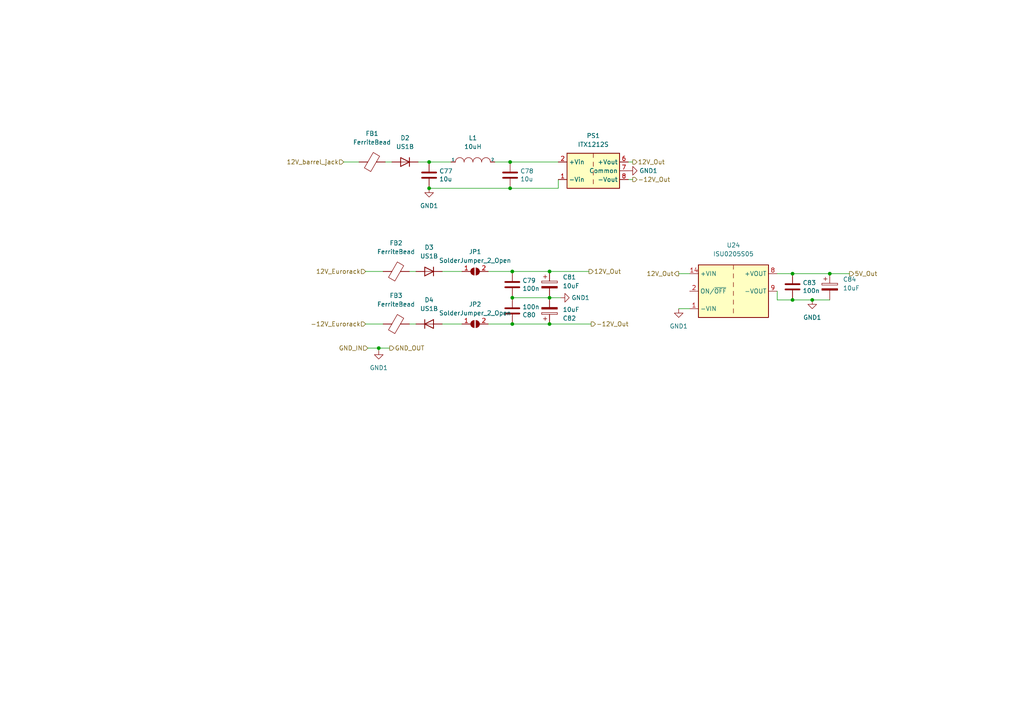
<source format=kicad_sch>
(kicad_sch (version 20211123) (generator eeschema)
  (paper "A4")
  (lib_symbols
    (symbol "Converter_DCDC:ISU0205S05"
      (property "Reference" "U" (at 0 11.43 0))
      (property "Value" "ISU0205S05" (at 0 8.89 0))
      (symbol "ISU0205S05_0_1"
        (rectangle (start -10.16 7.62) (end 10.16 -7.62) (stroke (width 0.254)) (fill (type background)))
        (polyline (pts (xy 0 -5.08) (xy 0 -6.35)))
        (polyline (pts (xy 0 -2.54) (xy 0 -3.81)))
        (polyline (pts (xy 0 0) (xy 0 -1.27)))
        (polyline (pts (xy 0 2.54) (xy 0 1.27)))
        (polyline (pts (xy 0 5.08) (xy 0 3.81)))
        (polyline (pts (xy 0 7.62) (xy 0 6.35)))
      )
      (symbol "ISU0205S05_1_1"
        (pin power_in line (at -12.7 -5.08 0) (length 2.54) (name "-VIN") (number "1"))
        (pin power_in line (at -12.7 5.08 0) (length 2.54) (name "+VIN") (number "14"))
        (pin input line (at -12.7 0 0) (length 2.54) (name "ON/~{OFF}") (number "2"))
        (pin no_connect line (at 10.16 -2.54 180) (length 2.54) hide (name "NC") (number "6"))
        (pin no_connect line (at 10.16 -5.08 180) (length 2.54) hide (name "NC") (number "7"))
        (pin power_out line (at 12.7 5.08 180) (length 2.54) (name "+VOUT") (number "8"))
        (pin power_out line (at 12.7 0 180) (length 2.54) (name "-VOUT") (number "9"))
      )
    )
    (symbol "Converter_DCDC:ITX1212S"
      (property "Reference" "PS" (at -7.62 6.35 0))
      (property "Value" "ITX1212S" (at 1.27 6.35 0))
      (symbol "ITX1212S_0_0"
        (pin power_in line (at -10.16 -2.54 0) (length 2.54) (name "-Vin") (number "1"))
        (pin power_in line (at -10.16 2.54 0) (length 2.54) (name "+Vin") (number "2"))
        (pin no_connect line (at 0 -5.08 90) (length 2.54) hide (name "NC") (number "3"))
        (pin no_connect line (at 0 5.08 270) (length 2.54) hide (name "NC") (number "5"))
        (pin power_out line (at 10.16 2.54 180) (length 2.54) (name "+Vout") (number "6"))
        (pin power_out line (at 10.16 0 180) (length 2.54) (name "Common") (number "7"))
        (pin power_out line (at 10.16 -2.54 180) (length 2.54) (name "-Vout") (number "8"))
      )
      (symbol "ITX1212S_0_1"
        (rectangle (start -7.62 5.08) (end 7.62 -5.08) (stroke (width 0.254)) (fill (type background)))
        (polyline (pts (xy 0 -2.54) (xy 0 -3.81)))
        (polyline (pts (xy 0 0) (xy 0 -1.27)))
        (polyline (pts (xy 0 2.54) (xy 0 1.27)))
        (polyline (pts (xy 0 5.08) (xy 0 3.81)))
      )
    )
    (symbol "Device:C" (pin_numbers hide) (pin_names (offset 0.254))
      (property "Reference" "C" (at 0.635 2.54 0))
      (property "Value" "C" (at 0.635 -2.54 0))
      (symbol "C_0_1"
        (polyline (pts (xy -2.032 -0.762) (xy 2.032 -0.762)) (stroke (width 0.508)))
        (polyline (pts (xy -2.032 0.762) (xy 2.032 0.762)) (stroke (width 0.508)))
      )
      (symbol "C_1_1"
        (pin passive line (at 0 3.81 270) (length 2.794) (name "~") (number "1"))
        (pin passive line (at 0 -3.81 90) (length 2.794) (name "~") (number "2"))
      )
    )
    (symbol "Device:C_Polarized" (pin_numbers hide) (pin_names (offset 0.254))
      (property "Reference" "C" (at 0.635 2.54 0))
      (property "Value" "C_Polarized" (at 0.635 -2.54 0))
      (symbol "C_Polarized_0_1"
        (rectangle (start -2.286 0.508) (end 2.286 1.016))
        (polyline (pts (xy -1.778 2.286) (xy -0.762 2.286)))
        (polyline (pts (xy -1.27 2.794) (xy -1.27 1.778)))
        (rectangle (start 2.286 -0.508) (end -2.286 -1.016) (fill (type outline)))
      )
      (symbol "C_Polarized_1_1"
        (pin passive line (at 0 3.81 270) (length 2.794) (name "~") (number "1"))
        (pin passive line (at 0 -3.81 90) (length 2.794) (name "~") (number "2"))
      )
    )
    (symbol "Device:FerriteBead" (pin_numbers hide) (pin_names (offset 0))
      (property "Reference" "FB" (at -3.81 0.635 90))
      (property "Value" "FerriteBead" (at 3.81 0 90))
      (symbol "FerriteBead_0_1"
        (polyline (pts (xy 0 -1.27) (xy 0 -1.2192)))
        (polyline (pts (xy 0 1.27) (xy 0 1.2954)))
        (polyline (pts (xy -2.7686 0.4064) (xy -1.7018 2.2606) (xy 2.7686 -0.3048) (xy 1.6764 -2.159) (xy -2.7686 0.4064)))
      )
      (symbol "FerriteBead_1_1"
        (pin passive line (at 0 3.81 270) (length 2.54) (name "~") (number "1"))
        (pin passive line (at 0 -3.81 90) (length 2.54) (name "~") (number "2"))
      )
    )
    (symbol "Diode:US1B" (pin_numbers hide) (pin_names (offset 1.016) hide)
      (property "Reference" "D" (at 0 2.54 0))
      (property "Value" "US1B" (at 0 -2.54 0))
      (symbol "US1B_0_1"
        (polyline (pts (xy -1.27 1.27) (xy -1.27 -1.27)) (stroke (width 0.254)))
        (polyline (pts (xy 1.27 0) (xy -1.27 0)))
        (polyline (pts (xy 1.27 1.27) (xy 1.27 -1.27) (xy -1.27 0) (xy 1.27 1.27)) (stroke (width 0.254)))
      )
      (symbol "US1B_1_1"
        (pin passive line (at -3.81 0 0) (length 2.54) (name "K") (number "1"))
        (pin passive line (at 3.81 0 180) (length 2.54) (name "A") (number "2"))
      )
    )
    (symbol "Jumper:SolderJumper_2_Open" (pin_names (offset 0) hide)
      (property "Reference" "JP" (at 0 2.032 0))
      (property "Value" "SolderJumper_2_Open" (at 0 -2.54 0))
      (symbol "SolderJumper_2_Open_0_1"
        (arc (start -0.254 1.016) (mid -1.27 0) (end -0.254 -1.016))
        (arc (start -0.254 1.016) (mid -1.27 0) (end -0.254 -1.016) (fill (type outline)))
        (polyline (pts (xy -0.254 1.016) (xy -0.254 -1.016)))
        (polyline (pts (xy 0.254 1.016) (xy 0.254 -1.016)))
        (arc (start 0.254 -1.016) (mid 1.27 0) (end 0.254 1.016))
        (arc (start 0.254 -1.016) (mid 1.27 0) (end 0.254 1.016) (fill (type outline)))
      )
      (symbol "SolderJumper_2_Open_1_1"
        (pin passive line (at -3.81 0 0) (length 2.54) (name "A") (number "1"))
        (pin passive line (at 3.81 0 180) (length 2.54) (name "B") (number "2"))
      )
    )
    (symbol "power:GND1" (power) (pin_names (offset 0))
      (property "Value" "GND1" (at 0 -3.81 0))
      (symbol "GND1_0_1"
        (polyline (pts (xy 0 0) (xy 0 -1.27) (xy 1.27 -1.27) (xy 0 -2.54) (xy -1.27 -1.27) (xy 0 -1.27)))
      )
      (symbol "GND1_1_1"
        (pin power_in line (at 0 0 270) (length 0) hide (name "GND1") (number "1"))
      )
    )
    (symbol "pspice:INDUCTOR" (pin_numbers hide) (pin_names (offset 0))
      (property "Reference" "L" (at 0 2.54 0))
      (property "Value" "INDUCTOR" (at 0 -1.27 0))
      (symbol "INDUCTOR_0_1"
        (arc (start -2.54 0) (mid -3.81 1.27) (end -5.08 0))
        (arc (start 0 0) (mid -1.27 1.27) (end -2.54 0))
        (arc (start 2.54 0) (mid 1.27 1.27) (end 0 0))
        (arc (start 5.08 0) (mid 3.81 1.27) (end 2.54 0))
      )
      (symbol "INDUCTOR_1_1"
        (pin input line (at -6.35 0 0) (length 1.27) (name "1") (number "1"))
        (pin input line (at 6.35 0 180) (length 1.27) (name "2") (number "2"))
      )
    )
  )
  (junction (at 147.955 46.99))
  (junction (at 148.59 93.98))
  (junction (at 235.585 86.995))
  (junction (at 159.385 93.98))
  (junction (at 229.87 79.375))
  (junction (at 147.955 54.61))
  (junction (at 229.87 86.995))
  (junction (at 124.46 46.99))
  (junction (at 124.46 54.61))
  (junction (at 109.855 100.965))
  (junction (at 240.665 79.375))
  (junction (at 159.385 78.74))
  (junction (at 159.385 86.36))
  (junction (at 148.59 86.36))
  (junction (at 148.59 78.74))
  (wire (pts (xy 240.665 79.375) (xy 246.38 79.375)))
  (wire (pts (xy 225.425 79.375) (xy 229.87 79.375)))
  (wire (pts (xy 118.745 78.74) (xy 120.65 78.74)))
  (wire (pts (xy 159.385 86.36) (xy 162.56 86.36)))
  (wire (pts (xy 229.87 79.375) (xy 240.665 79.375)))
  (wire (pts (xy 128.27 93.98) (xy 133.985 93.98)))
  (wire (pts (xy 159.385 93.98) (xy 171.45 93.98)))
  (wire (pts (xy 147.955 54.61) (xy 161.925 54.61)))
  (wire (pts (xy 196.85 89.535) (xy 200.025 89.535)))
  (wire (pts (xy 106.045 78.74) (xy 111.125 78.74)))
  (wire (pts (xy 111.76 46.99) (xy 113.665 46.99)))
  (wire (pts (xy 124.46 46.99) (xy 130.81 46.99)))
  (wire (pts (xy 106.045 93.98) (xy 111.125 93.98)))
  (wire (pts (xy 141.605 93.98) (xy 148.59 93.98)))
  (wire (pts (xy 109.855 100.965) (xy 113.03 100.965)))
  (wire (pts (xy 182.245 52.07) (xy 183.515 52.07)))
  (wire (pts (xy 161.925 46.99) (xy 147.955 46.99)))
  (wire (pts (xy 225.425 84.455) (xy 225.425 86.995)))
  (wire (pts (xy 161.925 54.61) (xy 161.925 52.07)))
  (wire (pts (xy 121.285 46.99) (xy 124.46 46.99)))
  (wire (pts (xy 148.59 93.98) (xy 159.385 93.98)))
  (wire (pts (xy 141.605 78.74) (xy 148.59 78.74)))
  (wire (pts (xy 106.68 100.965) (xy 109.855 100.965)))
  (wire (pts (xy 124.46 54.61) (xy 147.955 54.61)))
  (wire (pts (xy 196.85 79.375) (xy 200.025 79.375)))
  (wire (pts (xy 225.425 86.995) (xy 229.87 86.995)))
  (wire (pts (xy 159.385 78.74) (xy 170.815 78.74)))
  (wire (pts (xy 143.51 46.99) (xy 147.955 46.99)))
  (wire (pts (xy 229.87 86.995) (xy 235.585 86.995)))
  (wire (pts (xy 183.515 46.99) (xy 182.245 46.99)))
  (wire (pts (xy 128.27 78.74) (xy 133.985 78.74)))
  (wire (pts (xy 148.59 78.74) (xy 159.385 78.74)))
  (wire (pts (xy 109.855 100.965) (xy 109.855 101.6)))
  (wire (pts (xy 99.695 46.99) (xy 104.14 46.99)))
  (wire (pts (xy 118.745 93.98) (xy 120.65 93.98)))
  (wire (pts (xy 148.59 86.36) (xy 159.385 86.36)))
  (wire (pts (xy 235.585 86.995) (xy 240.665 86.995)))
  (hierarchical_label "5V_Out" (shape output) (at 246.38 79.375 0))
  (hierarchical_label "12V_Out" (shape output) (at 183.515 46.99 0))
  (hierarchical_label "12V_Out" (shape output) (at 170.815 78.74 0))
  (hierarchical_label "-12V_Out" (shape output) (at 183.515 52.07 0))
  (hierarchical_label "-12V_Out" (shape output) (at 171.45 93.98 0))
  (hierarchical_label "12V_Eurorack" (shape input) (at 106.045 78.74 180))
  (hierarchical_label "12V_barrel_jack" (shape input) (at 99.695 46.99 180))
  (hierarchical_label "GND_OUT" (shape output) (at 113.03 100.965 0))
  (hierarchical_label "GND_IN" (shape input) (at 106.68 100.965 180))
  (hierarchical_label "-12V_Eurorack" (shape input) (at 106.045 93.98 180))
  (hierarchical_label "12V_Out" (shape output) (at 196.85 79.375 180))
  (symbol (lib_id "Device:C_Polarized") (at 159.385 90.17 0) (mirror x) (unit 1)
    (property "Reference" "C82" (at 163.195 92.3291 0) (effects (justify left)))
    (property "Value" "10uF" (at 163.195 89.7891 0) (effects (justify left)))
    (property "Footprint" "Capacitor_SMD:CP_Elec_6.3x5.9" (effects hide))
  )
  (symbol (lib_id "Device:C") (at 148.59 82.55 0) (unit 1)
    (property "Reference" "C79" (at 151.511 81.3816 0) (effects (justify left)))
    (property "Value" "100n" (at 151.511 83.693 0) (effects (justify left)))
    (property "Footprint" "Capacitor_SMD:C_0603_1608Metric" (effects hide))
    (property "LCSC" "C14663" (effects hide))
  )
  (symbol (lib_id "Diode:US1B") (at 117.475 46.99 180) (unit 1)
    (property "Reference" "D2" (at 117.475 40.005 0))
    (property "Value" "US1B" (at 117.475 42.545 0))
    (property "Footprint" "Diode_SMD:D_SMA" (effects hide))
    (property "Datasheet" "https://www.diodes.com/assets/Datasheets/ds16008.pdf" (effects hide))
  )
  (symbol (lib_id "Diode:US1B") (at 124.46 78.74 180) (unit 1)
    (property "Reference" "D3" (at 124.46 71.755 0))
    (property "Value" "US1B" (at 124.46 74.295 0))
    (property "Footprint" "Diode_SMD:D_SMA" (effects hide))
    (property "Datasheet" "https://www.diodes.com/assets/Datasheets/ds16008.pdf" (effects hide))
  )
  (symbol (lib_id "power:GND1") (at 124.46 54.61 0) (unit 1)
    (property "Reference" "#PWR0185" (effects hide))
    (property "Value" "GND1" (at 124.46 59.69 0))
  )
  (symbol (lib_id "Device:FerriteBead") (at 107.95 46.99 90) (unit 1)
    (property "Reference" "FB1" (at 107.8992 38.735 90))
    (property "Value" "FerriteBead" (at 107.8992 41.275 90))
    (property "Footprint" "Inductor_SMD:L_0805_2012Metric" (effects hide))
  )
  (symbol (lib_id "Jumper:SolderJumper_2_Open") (at 137.795 93.98 0) (unit 1)
    (property "Reference" "JP2" (at 137.795 88.265 0))
    (property "Value" "SolderJumper_2_Open" (at 137.795 90.805 0))
    (property "Footprint" "Jumper:SolderJumper-2_P1.3mm_Open_TrianglePad1.0x1.5mm" (effects hide))
  )
  (symbol (lib_id "power:GND1") (at 109.855 101.6 0) (unit 1)
    (property "Reference" "#PWR0184" (effects hide))
    (property "Value" "GND1" (at 109.855 106.68 0))
  )
  (symbol (lib_id "power:GND1") (at 162.56 86.36 90) (unit 1)
    (property "Reference" "#PWR0186" (effects hide))
    (property "Value" "GND1" (at 165.735 86.3599 90) (effects (justify right)))
  )
  (symbol (lib_id "power:GND1") (at 182.245 49.53 90) (unit 1)
    (property "Reference" "#PWR0187" (effects hide))
    (property "Value" "GND1" (at 185.42 49.5299 90) (effects (justify right)))
  )
  (symbol (lib_id "power:GND1") (at 196.85 89.535 0) (unit 1)
    (property "Reference" "#PWR0188" (effects hide))
    (property "Value" "GND1" (at 196.85 94.615 0))
  )
  (symbol (lib_id "Diode:US1B") (at 124.46 93.98 0) (unit 1)
    (property "Reference" "D4" (at 124.46 86.995 0))
    (property "Value" "US1B" (at 124.46 89.535 0))
    (property "Footprint" "Diode_SMD:D_SMA" (effects hide))
    (property "Datasheet" "https://www.diodes.com/assets/Datasheets/ds16008.pdf" (effects hide))
  )
  (symbol (lib_id "Device:C") (at 229.87 83.185 0) (unit 1)
    (property "Reference" "C83" (at 232.791 82.0166 0) (effects (justify left)))
    (property "Value" "100n" (at 232.791 84.328 0) (effects (justify left)))
    (property "Footprint" "Capacitor_SMD:C_0603_1608Metric" (effects hide))
    (property "LCSC" "C14663" (effects hide))
  )
  (symbol (lib_id "Converter_DCDC:ISU0205S05") (at 212.725 84.455 0) (unit 1)
    (property "Reference" "U24" (at 212.725 71.12 0))
    (property "Value" "ISU0205S05" (at 212.725 73.66 0))
    (property "Footprint" "Converter_DCDC:Converter_DCDC_XP_POWER-ISU02_SMD" (effects hide))
    (property "Datasheet" "https://www.xppower.com/Portals/0/pdfs/SF_ISU02.pdf" (effects hide))
  )
  (symbol (lib_id "Device:C_Polarized") (at 159.385 82.55 0) (unit 1)
    (property "Reference" "C81" (at 163.195 80.3909 0) (effects (justify left)))
    (property "Value" "10uF" (at 163.195 82.9309 0) (effects (justify left)))
    (property "Footprint" "Capacitor_SMD:CP_Elec_6.3x5.9" (effects hide))
  )
  (symbol (lib_id "Device:C") (at 147.955 50.8 0) (unit 1)
    (property "Reference" "C78" (at 150.876 49.6316 0) (effects (justify left)))
    (property "Value" "10u" (at 150.876 51.943 0) (effects (justify left)))
    (property "Footprint" "Capacitor_SMD:C_0603_1608Metric" (effects hide))
    (property "LCSC" "C14663" (effects hide))
  )
  (symbol (lib_id "Device:C") (at 148.59 90.17 0) (mirror x) (unit 1)
    (property "Reference" "C80" (at 151.511 91.3384 0) (effects (justify left)))
    (property "Value" "100n" (at 151.511 89.027 0) (effects (justify left)))
    (property "Footprint" "Capacitor_SMD:C_0603_1608Metric" (effects hide))
    (property "LCSC" "C14663" (effects hide))
  )
  (symbol (lib_id "power:GND1") (at 235.585 86.995 0) (unit 1)
    (property "Reference" "#PWR0189" (effects hide))
    (property "Value" "GND1" (at 235.585 92.075 0))
  )
  (symbol (lib_id "Device:C") (at 124.46 50.8 0) (unit 1)
    (property "Reference" "C77" (at 127.381 49.6316 0) (effects (justify left)))
    (property "Value" "10u" (at 127.381 51.943 0) (effects (justify left)))
    (property "Footprint" "Capacitor_SMD:C_0603_1608Metric" (effects hide))
    (property "LCSC" "C14663" (effects hide))
  )
  (symbol (lib_id "Jumper:SolderJumper_2_Open") (at 137.795 78.74 0) (unit 1)
    (property "Reference" "JP1" (at 137.795 73.025 0))
    (property "Value" "SolderJumper_2_Open" (at 137.795 75.565 0))
    (property "Footprint" "Jumper:SolderJumper-2_P1.3mm_Open_TrianglePad1.0x1.5mm" (effects hide))
  )
  (symbol (lib_id "Device:C_Polarized") (at 240.665 83.185 0) (unit 1)
    (property "Reference" "C84" (at 244.475 81.0259 0) (effects (justify left)))
    (property "Value" "10uF" (at 244.475 83.5659 0) (effects (justify left)))
    (property "Footprint" "Capacitor_SMD:CP_Elec_6.3x5.9" (effects hide))
  )
  (symbol (lib_id "pspice:INDUCTOR") (at 137.16 46.99 0) (unit 1)
    (property "Reference" "L1" (at 137.16 40.005 0))
    (property "Value" "10uH" (at 137.16 42.545 0))
    (property "Footprint" "Inductor_SMD:L_0805_2012Metric" (effects hide))
  )
  (symbol (lib_id "Device:FerriteBead") (at 114.935 78.74 90) (unit 1)
    (property "Reference" "FB2" (at 114.8842 70.485 90))
    (property "Value" "FerriteBead" (at 114.8842 73.025 90))
    (property "Footprint" "Inductor_SMD:L_0805_2012Metric" (effects hide))
  )
  (symbol (lib_id "Converter_DCDC:ITX1212S") (at 172.085 49.53 0) (unit 1)
    (property "Reference" "PS1" (at 172.085 39.37 0))
    (property "Value" "ITX1212S" (at 172.085 41.91 0))
    (property "Footprint" "Converter_DCDC:Converter_DCDC_XP_POWER-ITxxxxxS_THT" (effects hide))
    (property "Datasheet" "https://www.xppower.com/pdfs/SF_ITX.pdf" (effects hide))
  )
  (symbol (lib_id "Device:FerriteBead") (at 114.935 93.98 90) (unit 1)
    (property "Reference" "FB3" (at 114.8842 85.725 90))
    (property "Value" "FerriteBead" (at 114.8842 88.265 90))
    (property "Footprint" "Inductor_SMD:L_0805_2012Metric" (effects hide))
  )
)
</source>
